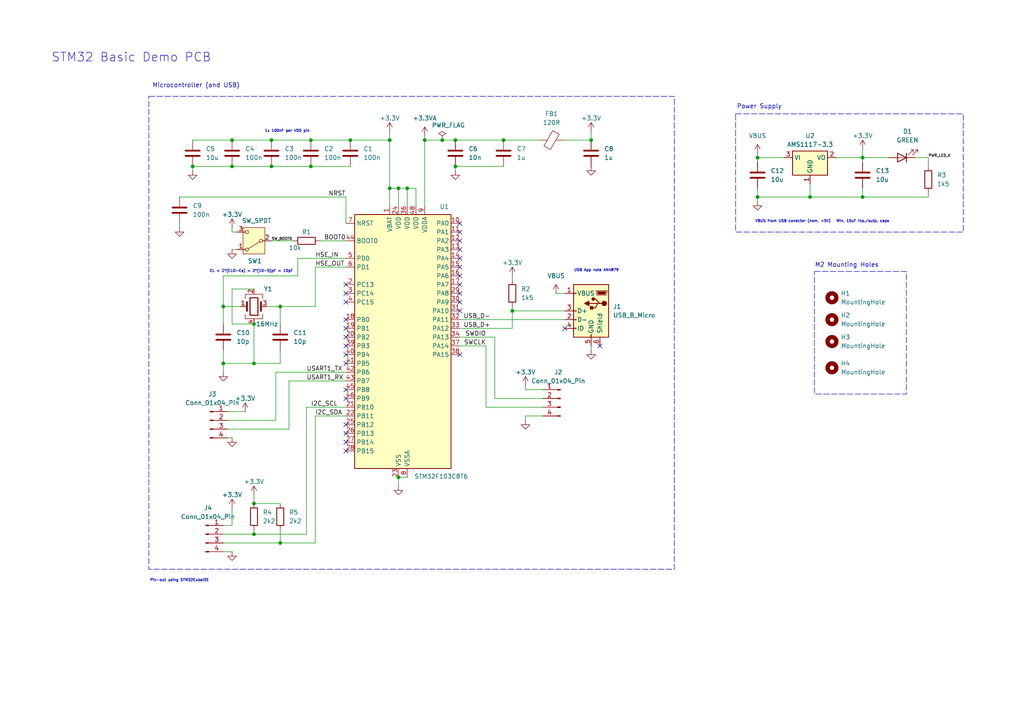
<source format=kicad_sch>
(kicad_sch (version 20231120) (generator "eeschema") (generator_version "8.0")
  (paper "A4")
  (title_block (title "STM32 Basic Demo PCB") (date "2024-11-22") (rev "0.1") (company "Maanika Kenneth Koththigoda"))
  (lib_symbols
    (symbol "Connector:Conn_01x04_Pin" (pin_names (offset 1.016) hide)
      (property "Reference" "J" (at 0 5.08 0))
      (property "Value" "Conn_01x04_Pin" (at 0 -7.62 0))
      (symbol "Conn_01x04_Pin_1_1"
        (polyline (pts (xy 1.27 -5.08) (xy 0.8636 -5.08)) (stroke (width 0.1524)))
        (polyline (pts (xy 1.27 -2.54) (xy 0.8636 -2.54)) (stroke (width 0.1524)))
        (polyline (pts (xy 1.27 0) (xy 0.8636 0)) (stroke (width 0.1524)))
        (polyline (pts (xy 1.27 2.54) (xy 0.8636 2.54)) (stroke (width 0.1524)))
        (rectangle (start 0.8636 -4.953) (end 0 -5.207) (stroke (width 0.1524)) (fill (type outline)))
        (rectangle (start 0.8636 -2.413) (end 0 -2.667) (stroke (width 0.1524)) (fill (type outline)))
        (rectangle (start 0.8636 0.127) (end 0 -0.127) (stroke (width 0.1524)) (fill (type outline)))
        (rectangle (start 0.8636 2.667) (end 0 2.413) (stroke (width 0.1524)) (fill (type outline)))
        (pin passive line (at 5.08 2.54 180) (length 3.81) (name "Pin_1") (number "1"))
        (pin passive line (at 5.08 0 180) (length 3.81) (name "Pin_2") (number "2"))
        (pin passive line (at 5.08 -2.54 180) (length 3.81) (name "Pin_3") (number "3"))
        (pin passive line (at 5.08 -5.08 180) (length 3.81) (name "Pin_4") (number "4"))
      )
    )
    (symbol "Connector:USB_B_Micro" (pin_names (offset 1.016))
      (property "Reference" "J" (at -5.08 11.43 0))
      (property "Value" "USB_B_Micro" (at -5.08 8.89 0))
      (symbol "USB_B_Micro_0_1"
        (rectangle (start -5.08 -7.62) (end 5.08 7.62) (stroke (width 0.254)) (fill (type background)))
        (circle (center -3.81 2.159) (radius 0.635) (stroke (width 0.254)) (fill (type outline)))
        (circle (center -0.635 3.429) (radius 0.381) (stroke (width 0.254)) (fill (type outline)))
        (rectangle (start -0.127 -7.62) (end 0.127 -6.858))
        (polyline (pts (xy -1.905 2.159) (xy 0.635 2.159)) (stroke (width 0.254)))
        (polyline (pts (xy -3.175 2.159) (xy -2.54 2.159) (xy -1.27 3.429) (xy -0.635 3.429)) (stroke (width 0.254)))
        (polyline (pts (xy -2.54 2.159) (xy -1.905 2.159) (xy -1.27 0.889) (xy 0 0.889)) (stroke (width 0.254)))
        (polyline (pts (xy 0.635 2.794) (xy 0.635 1.524) (xy 1.905 2.159) (xy 0.635 2.794)) (stroke (width 0.254)) (fill (type outline)))
        (polyline (pts (xy -4.318 5.588) (xy -1.778 5.588) (xy -2.032 4.826) (xy -4.064 4.826) (xy -4.318 5.588)) (fill (type outline)))
        (polyline (pts (xy -4.699 5.842) (xy -4.699 5.588) (xy -4.445 4.826) (xy -4.445 4.572) (xy -1.651 4.572) (xy -1.651 4.826) (xy -1.397 5.588) (xy -1.397 5.842) (xy -4.699 5.842)))
        (rectangle (start 0.254 1.27) (end -0.508 0.508) (stroke (width 0.254)) (fill (type outline)))
        (rectangle (start 5.08 -5.207) (end 4.318 -4.953))
        (rectangle (start 5.08 -2.667) (end 4.318 -2.413))
        (rectangle (start 5.08 -0.127) (end 4.318 0.127))
        (rectangle (start 5.08 4.953) (end 4.318 5.207))
      )
      (symbol "USB_B_Micro_1_1"
        (pin power_out line (at 7.62 5.08 180) (length 2.54) (name "VBUS") (number "1"))
        (pin bidirectional line (at 7.62 -2.54 180) (length 2.54) (name "D-") (number "2"))
        (pin bidirectional line (at 7.62 0 180) (length 2.54) (name "D+") (number "3"))
        (pin passive line (at 7.62 -5.08 180) (length 2.54) (name "ID") (number "4"))
        (pin power_out line (at 0 -10.16 90) (length 2.54) (name "GND") (number "5"))
        (pin passive line (at -2.54 -10.16 90) (length 2.54) (name "Shield") (number "6"))
      )
    )
    (symbol "Device:C" (pin_numbers hide) (pin_names (offset 0.254))
      (property "Reference" "C" (at 0.635 2.54 0))
      (property "Value" "C" (at 0.635 -2.54 0))
      (symbol "C_0_1"
        (polyline (pts (xy -2.032 -0.762) (xy 2.032 -0.762)) (stroke (width 0.508)))
        (polyline (pts (xy -2.032 0.762) (xy 2.032 0.762)) (stroke (width 0.508)))
      )
      (symbol "C_1_1"
        (pin passive line (at 0 3.81 270) (length 2.794) (name "~") (number "1"))
        (pin passive line (at 0 -3.81 90) (length 2.794) (name "~") (number "2"))
      )
    )
    (symbol "Device:Crystal_GND24" (pin_names (offset 1.016) hide)
      (property "Reference" "Y" (at 3.175 5.08 0))
      (property "Value" "Crystal_GND24" (at 3.175 3.175 0))
      (symbol "Crystal_GND24_0_1"
        (rectangle (start -1.143 2.54) (end 1.143 -2.54) (stroke (width 0.3048)))
        (polyline (pts (xy -2.54 0) (xy -2.032 0)))
        (polyline (pts (xy -2.032 -1.27) (xy -2.032 1.27)) (stroke (width 0.508)))
        (polyline (pts (xy 0 -3.81) (xy 0 -3.556)))
        (polyline (pts (xy 0 3.556) (xy 0 3.81)))
        (polyline (pts (xy 2.032 -1.27) (xy 2.032 1.27)) (stroke (width 0.508)))
        (polyline (pts (xy 2.032 0) (xy 2.54 0)))
        (polyline (pts (xy -2.54 -2.286) (xy -2.54 -3.556) (xy 2.54 -3.556) (xy 2.54 -2.286)))
        (polyline (pts (xy -2.54 2.286) (xy -2.54 3.556) (xy 2.54 3.556) (xy 2.54 2.286)))
      )
      (symbol "Crystal_GND24_1_1"
        (pin passive line (at -3.81 0 0) (length 1.27) (name "1") (number "1"))
        (pin passive line (at 0 5.08 270) (length 1.27) (name "2") (number "2"))
        (pin passive line (at 3.81 0 180) (length 1.27) (name "3") (number "3"))
        (pin passive line (at 0 -5.08 90) (length 1.27) (name "4") (number "4"))
      )
    )
    (symbol "Device:FerriteBead" (pin_numbers hide) (pin_names (offset 0))
      (property "Reference" "FB" (at -3.81 0.635 90))
      (property "Value" "FerriteBead" (at 3.81 0 90))
      (symbol "FerriteBead_0_1"
        (polyline (pts (xy 0 -1.27) (xy 0 -1.2192)))
        (polyline (pts (xy 0 1.27) (xy 0 1.2954)))
        (polyline (pts (xy -2.7686 0.4064) (xy -1.7018 2.2606) (xy 2.7686 -0.3048) (xy 1.6764 -2.159) (xy -2.7686 0.4064)))
      )
      (symbol "FerriteBead_1_1"
        (pin passive line (at 0 3.81 270) (length 2.54) (name "~") (number "1"))
        (pin passive line (at 0 -3.81 90) (length 2.54) (name "~") (number "2"))
      )
    )
    (symbol "Device:LED" (pin_numbers hide) (pin_names (offset 1.016) hide)
      (property "Reference" "D" (at 0 2.54 0))
      (property "Value" "LED" (at 0 -2.54 0))
      (symbol "LED_0_1"
        (polyline (pts (xy -1.27 -1.27) (xy -1.27 1.27)) (stroke (width 0.254)))
        (polyline (pts (xy -1.27 0) (xy 1.27 0)))
        (polyline (pts (xy 1.27 -1.27) (xy 1.27 1.27) (xy -1.27 0) (xy 1.27 -1.27)) (stroke (width 0.254)))
        (polyline (pts (xy -3.048 -0.762) (xy -4.572 -2.286) (xy -3.81 -2.286) (xy -4.572 -2.286) (xy -4.572 -1.524)))
        (polyline (pts (xy -1.778 -0.762) (xy -3.302 -2.286) (xy -2.54 -2.286) (xy -3.302 -2.286) (xy -3.302 -1.524)))
      )
      (symbol "LED_1_1"
        (pin passive line (at -3.81 0 0) (length 2.54) (name "K") (number "1"))
        (pin passive line (at 3.81 0 180) (length 2.54) (name "A") (number "2"))
      )
    )
    (symbol "Device:R" (pin_numbers hide) (pin_names (offset 0))
      (property "Reference" "R" (at 2.032 0 90))
      (property "Value" "R" (at 0 0 90))
      (symbol "R_0_1"
        (rectangle (start -1.016 -2.54) (end 1.016 2.54) (stroke (width 0.254)))
      )
      (symbol "R_1_1"
        (pin passive line (at 0 3.81 270) (length 1.27) (name "~") (number "1"))
        (pin passive line (at 0 -3.81 90) (length 1.27) (name "~") (number "2"))
      )
    )
    (symbol "MCU_ST_STM32F1:STM32F103C8Tx"
      (property "Reference" "U" (at -12.7 39.37 0))
      (property "Value" "STM32F103C8Tx" (at 10.16 39.37 0))
      (symbol "STM32F103C8Tx_0_1"
        (rectangle (start -12.7 -35.56) (end 15.24 38.1) (stroke (width 0.254)) (fill (type background)))
      )
      (symbol "STM32F103C8Tx_1_1"
        (pin power_in line (at -2.54 40.64 270) (length 2.54) (name "VBAT") (number "1"))
        (pin bidirectional line (at 17.78 35.56 180) (length 2.54) (name "PA0") (number "10"))
        (pin bidirectional line (at 17.78 33.02 180) (length 2.54) (name "PA1") (number "11"))
        (pin bidirectional line (at 17.78 30.48 180) (length 2.54) (name "PA2") (number "12"))
        (pin bidirectional line (at 17.78 27.94 180) (length 2.54) (name "PA3") (number "13"))
        (pin bidirectional line (at 17.78 25.4 180) (length 2.54) (name "PA4") (number "14"))
        (pin bidirectional line (at 17.78 22.86 180) (length 2.54) (name "PA5") (number "15"))
        (pin bidirectional line (at 17.78 20.32 180) (length 2.54) (name "PA6") (number "16"))
        (pin bidirectional line (at 17.78 17.78 180) (length 2.54) (name "PA7") (number "17"))
        (pin bidirectional line (at -15.24 7.62 0) (length 2.54) (name "PB0") (number "18"))
        (pin bidirectional line (at -15.24 5.08 0) (length 2.54) (name "PB1") (number "19"))
        (pin bidirectional line (at -15.24 17.78 0) (length 2.54) (name "PC13") (number "2"))
        (pin bidirectional line (at -15.24 2.54 0) (length 2.54) (name "PB2") (number "20"))
        (pin bidirectional line (at -15.24 -17.78 0) (length 2.54) (name "PB10") (number "21"))
        (pin bidirectional line (at -15.24 -20.32 0) (length 2.54) (name "PB11") (number "22"))
        (pin power_in line (at 0 -38.1 90) (length 2.54) (name "VSS") (number "23"))
        (pin power_in line (at 0 40.64 270) (length 2.54) (name "VDD") (number "24"))
        (pin bidirectional line (at -15.24 -22.86 0) (length 2.54) (name "PB12") (number "25"))
        (pin bidirectional line (at -15.24 -25.4 0) (length 2.54) (name "PB13") (number "26"))
        (pin bidirectional line (at -15.24 -27.94 0) (length 2.54) (name "PB14") (number "27"))
        (pin bidirectional line (at -15.24 -30.48 0) (length 2.54) (name "PB15") (number "28"))
        (pin bidirectional line (at 17.78 15.24 180) (length 2.54) (name "PA8") (number "29"))
        (pin bidirectional line (at -15.24 15.24 0) (length 2.54) (name "PC14") (number "3"))
        (pin bidirectional line (at 17.78 12.7 180) (length 2.54) (name "PA9") (number "30"))
        (pin bidirectional line (at 17.78 10.16 180) (length 2.54) (name "PA10") (number "31"))
        (pin bidirectional line (at 17.78 7.62 180) (length 2.54) (name "PA11") (number "32"))
        (pin bidirectional line (at 17.78 5.08 180) (length 2.54) (name "PA12") (number "33"))
        (pin bidirectional line (at 17.78 2.54 180) (length 2.54) (name "PA13") (number "34"))
        (pin passive line (at 0 -38.1 90) (length 2.54) hide (name "VSS") (number "35"))
        (pin power_in line (at 2.54 40.64 270) (length 2.54) (name "VDD") (number "36"))
        (pin bidirectional line (at 17.78 0 180) (length 2.54) (name "PA14") (number "37"))
        (pin bidirectional line (at 17.78 -2.54 180) (length 2.54) (name "PA15") (number "38"))
        (pin bidirectional line (at -15.24 0 0) (length 2.54) (name "PB3") (number "39"))
        (pin bidirectional line (at -15.24 12.7 0) (length 2.54) (name "PC15") (number "4"))
        (pin bidirectional line (at -15.24 -2.54 0) (length 2.54) (name "PB4") (number "40"))
        (pin bidirectional line (at -15.24 -5.08 0) (length 2.54) (name "PB5") (number "41"))
        (pin bidirectional line (at -15.24 -7.62 0) (length 2.54) (name "PB6") (number "42"))
        (pin bidirectional line (at -15.24 -10.16 0) (length 2.54) (name "PB7") (number "43"))
        (pin input line (at -15.24 30.48 0) (length 2.54) (name "BOOT0") (number "44"))
        (pin bidirectional line (at -15.24 -12.7 0) (length 2.54) (name "PB8") (number "45"))
        (pin bidirectional line (at -15.24 -15.24 0) (length 2.54) (name "PB9") (number "46"))
        (pin passive line (at 0 -38.1 90) (length 2.54) hide (name "VSS") (number "47"))
        (pin power_in line (at 5.08 40.64 270) (length 2.54) (name "VDD") (number "48"))
        (pin bidirectional line (at -15.24 25.4 0) (length 2.54) (name "PD0") (number "5"))
        (pin bidirectional line (at -15.24 22.86 0) (length 2.54) (name "PD1") (number "6"))
        (pin input line (at -15.24 35.56 0) (length 2.54) (name "NRST") (number "7"))
        (pin power_in line (at 2.54 -38.1 90) (length 2.54) (name "VSSA") (number "8"))
        (pin power_in line (at 7.62 40.64 270) (length 2.54) (name "VDDA") (number "9"))
      )
    )
    (symbol "Mechanical:MountingHole" (pin_names (offset 1.016)) (exclude_from_sim yes) (in_bom no)
      (property "Reference" "H" (at 0 5.08 0))
      (property "Value" "MountingHole" (at 0 3.175 0))
      (symbol "MountingHole_0_1"
        (circle (center 0 0) (radius 1.27) (stroke (width 1.27)))
      )
    )
    (symbol "Regulator_Linear:AMS1117-3.3"
      (property "Reference" "U" (at -3.81 3.175 0))
      (property "Value" "AMS1117-3.3" (at 0 3.175 0))
      (symbol "AMS1117-3.3_0_1"
        (rectangle (start -5.08 -5.08) (end 5.08 1.905) (stroke (width 0.254)) (fill (type background)))
      )
      (symbol "AMS1117-3.3_1_1"
        (pin power_in line (at 0 -7.62 90) (length 2.54) (name "GND") (number "1"))
        (pin power_out line (at 7.62 0 180) (length 2.54) (name "VO") (number "2"))
        (pin power_in line (at -7.62 0 0) (length 2.54) (name "VI") (number "3"))
      )
    )
    (symbol "Switch:SW_SPDT" (pin_names (offset 0) hide)
      (property "Reference" "SW" (at 0 5.08 0))
      (property "Value" "SW_SPDT" (at 0 -5.08 0))
      (symbol "SW_SPDT_0_1"
        (circle (center -2.032 0) (radius 0.4572))
        (polyline (pts (xy -1.651 0.254) (xy 1.651 2.286)))
        (circle (center 2.032 -2.54) (radius 0.4572))
        (circle (center 2.032 2.54) (radius 0.4572))
      )
      (symbol "SW_SPDT_1_1"
        (rectangle (start -3.175 3.81) (end 3.175 -3.81) (fill (type background)))
        (pin passive line (at 5.08 2.54 180) (length 2.54) (name "A") (number "1"))
        (pin passive line (at -5.08 0 0) (length 2.54) (name "B") (number "2"))
        (pin passive line (at 5.08 -2.54 180) (length 2.54) (name "C") (number "3"))
      )
    )
    (symbol "power:+3.3V" (power) (pin_numbers hide) (pin_names (offset 0) hide)
      (property "Value" "+3.3V" (at 0 3.556 0))
      (symbol "+3.3V_0_1"
        (polyline (pts (xy -0.762 1.27) (xy 0 2.54)))
        (polyline (pts (xy 0 0) (xy 0 2.54)))
        (polyline (pts (xy 0 2.54) (xy 0.762 1.27)))
      )
      (symbol "+3.3V_1_1"
        (pin power_in line (at 0 0 90) (length 0) (name "~") (number "1"))
      )
    )
    (symbol "power:+3.3VA" (power) (pin_numbers hide) (pin_names (offset 0) hide)
      (property "Value" "+3.3VA" (at 0 3.556 0))
      (symbol "+3.3VA_0_1"
        (polyline (pts (xy -0.762 1.27) (xy 0 2.54)))
        (polyline (pts (xy 0 0) (xy 0 2.54)))
        (polyline (pts (xy 0 2.54) (xy 0.762 1.27)))
      )
      (symbol "+3.3VA_1_1"
        (pin power_in line (at 0 0 90) (length 0) (name "~") (number "1"))
      )
    )
    (symbol "power:GND" (power) (pin_numbers hide) (pin_names (offset 0) hide)
      (property "Value" "GND" (at 0 -3.81 0))
      (symbol "GND_0_1"
        (polyline (pts (xy 0 0) (xy 0 -1.27) (xy 1.27 -1.27) (xy 0 -2.54) (xy -1.27 -1.27) (xy 0 -1.27)))
      )
      (symbol "GND_1_1"
        (pin power_in line (at 0 0 270) (length 0) (name "~") (number "1"))
      )
    )
    (symbol "power:PWR_FLAG" (power) (pin_numbers hide) (pin_names (offset 0) hide)
      (property "Value" "PWR_FLAG" (at 0 3.81 0))
      (symbol "PWR_FLAG_0_0"
        (pin power_out line (at 0 0 90) (length 0) (name "~") (number "1"))
      )
      (symbol "PWR_FLAG_0_1"
        (polyline (pts (xy 0 0) (xy 0 1.27) (xy -1.016 1.905) (xy 0 2.54) (xy 1.016 1.905) (xy 0 1.27)))
      )
    )
    (symbol "power:VBUS" (power) (pin_numbers hide) (pin_names (offset 0) hide)
      (property "Value" "VBUS" (at 0 3.556 0))
      (symbol "VBUS_0_1"
        (polyline (pts (xy -0.762 1.27) (xy 0 2.54)))
        (polyline (pts (xy 0 0) (xy 0 2.54)))
        (polyline (pts (xy 0 2.54) (xy 0.762 1.27)))
      )
      (symbol "VBUS_1_1"
        (pin power_in line (at 0 0 90) (length 0) (name "~") (number "1"))
      )
    )
  )
  (junction (at 250.19 45.72))
  (junction (at 146.05 40.64))
  (junction (at 118.11 54.61))
  (junction (at 113.03 40.64))
  (junction (at 81.28 157.48))
  (junction (at 67.31 48.26))
  (junction (at 115.57 138.43))
  (junction (at 132.08 40.64))
  (junction (at 78.74 48.26))
  (junction (at 250.19 57.15))
  (junction (at 128.27 40.64))
  (junction (at 55.88 48.26))
  (junction (at 115.57 54.61))
  (junction (at 113.03 54.61))
  (junction (at 219.71 45.72))
  (junction (at 123.19 40.64))
  (junction (at 219.71 57.15))
  (junction (at 73.66 154.94))
  (junction (at 90.17 40.64))
  (junction (at 64.77 88.9))
  (junction (at 234.95 57.15))
  (junction (at 73.66 146.05))
  (junction (at 132.08 48.26))
  (junction (at 101.6 40.64))
  (junction (at 64.77 105.41))
  (junction (at 171.45 40.64))
  (junction (at 81.28 88.9))
  (junction (at 148.59 90.17))
  (junction (at 73.66 105.41))
  (junction (at 67.31 40.64))
  (junction (at 73.66 93.98))
  (junction (at 78.74 40.64))
  (junction (at 90.17 48.26))
  (no_connect (at 100.33 115.57))
  (no_connect (at 100.33 130.81))
  (no_connect (at 100.33 100.33))
  (no_connect (at 100.33 125.73))
  (no_connect (at 173.99 100.33))
  (no_connect (at 133.35 87.63))
  (no_connect (at 100.33 85.09))
  (no_connect (at 100.33 87.63))
  (no_connect (at 100.33 95.25))
  (no_connect (at 133.35 74.93))
  (no_connect (at 133.35 102.87))
  (no_connect (at 133.35 77.47))
  (no_connect (at 133.35 69.85))
  (no_connect (at 100.33 128.27))
  (no_connect (at 100.33 105.41))
  (no_connect (at 133.35 72.39))
  (no_connect (at 133.35 80.01))
  (no_connect (at 133.35 82.55))
  (no_connect (at 100.33 123.19))
  (no_connect (at 100.33 113.03))
  (no_connect (at 163.83 95.25))
  (no_connect (at 100.33 82.55))
  (no_connect (at 133.35 67.31))
  (no_connect (at 100.33 97.79))
  (no_connect (at 100.33 92.71))
  (no_connect (at 133.35 64.77))
  (no_connect (at 133.35 90.17))
  (no_connect (at 133.35 85.09))
  (no_connect (at 100.33 102.87))
  (wire (pts (xy 64.77 88.9) (xy 69.85 88.9)))
  (wire (pts (xy 67.31 72.39) (xy 68.58 72.39)))
  (wire (pts (xy 81.28 146.05) (xy 73.66 146.05)))
  (wire (pts (xy 171.45 101.6) (xy 171.45 100.33)))
  (wire (pts (xy 77.47 88.9) (xy 81.28 88.9)))
  (wire (pts (xy 73.66 105.41) (xy 81.28 105.41)))
  (wire (pts (xy 55.88 40.64) (xy 67.31 40.64)))
  (wire (pts (xy 219.71 44.45) (xy 219.71 45.72)))
  (wire (pts (xy 128.27 40.64) (xy 132.08 40.64)))
  (wire (pts (xy 64.77 88.9) (xy 64.77 93.98)))
  (wire (pts (xy 66.04 119.38) (xy 71.12 119.38)))
  (wire (pts (xy 86.36 74.93) (xy 100.33 74.93)))
  (wire (pts (xy 80.01 107.95) (xy 100.33 107.95)))
  (wire (pts (xy 143.51 115.57) (xy 157.48 115.57)))
  (wire (pts (xy 219.71 54.61) (xy 219.71 57.15)))
  (wire (pts (xy 132.08 48.26) (xy 146.05 48.26)))
  (wire (pts (xy 123.19 39.37) (xy 123.19 40.64)))
  (wire (pts (xy 81.28 88.9) (xy 91.44 88.9)))
  (wire (pts (xy 113.03 38.1) (xy 113.03 40.64)))
  (wire (pts (xy 148.59 90.17) (xy 148.59 95.25)))
  (wire (pts (xy 219.71 57.15) (xy 234.95 57.15)))
  (wire (pts (xy 250.19 43.18) (xy 250.19 45.72)))
  (wire (pts (xy 73.66 143.51) (xy 73.66 146.05)))
  (wire (pts (xy 148.59 80.01) (xy 148.59 81.28)))
  (wire (pts (xy 123.19 40.64) (xy 123.19 59.69)))
  (wire (pts (xy 269.24 57.15) (xy 250.19 57.15)))
  (wire (pts (xy 219.71 46.99) (xy 219.71 45.72)))
  (wire (pts (xy 163.83 90.17) (xy 148.59 90.17)))
  (wire (pts (xy 115.57 138.43) (xy 118.11 138.43)))
  (wire (pts (xy 91.44 77.47) (xy 100.33 77.47)))
  (wire (pts (xy 78.74 69.85) (xy 85.09 69.85)))
  (wire (pts (xy 113.03 40.64) (xy 113.03 54.61)))
  (wire (pts (xy 133.35 95.25) (xy 148.59 95.25)))
  (wire (pts (xy 269.24 55.88) (xy 269.24 57.15)))
  (wire (pts (xy 90.17 48.26) (xy 101.6 48.26)))
  (wire (pts (xy 81.28 157.48) (xy 91.44 157.48)))
  (wire (pts (xy 118.11 54.61) (xy 118.11 59.69)))
  (wire (pts (xy 132.08 48.26) (xy 132.08 49.53)))
  (wire (pts (xy 67.31 83.82) (xy 73.66 83.82)))
  (wire (pts (xy 83.82 124.46) (xy 83.82 110.49)))
  (wire (pts (xy 269.24 45.72) (xy 269.24 48.26)))
  (wire (pts (xy 152.4 120.65) (xy 157.48 120.65)))
  (wire (pts (xy 140.97 118.11) (xy 140.97 100.33)))
  (wire (pts (xy 115.57 54.61) (xy 118.11 54.61)))
  (wire (pts (xy 120.65 54.61) (xy 120.65 59.69)))
  (wire (pts (xy 133.35 97.79) (xy 143.51 97.79)))
  (wire (pts (xy 55.88 48.26) (xy 55.88 49.53)))
  (wire (pts (xy 133.35 92.71) (xy 163.83 92.71)))
  (wire (pts (xy 88.9 154.94) (xy 88.9 118.11)))
  (wire (pts (xy 152.4 113.03) (xy 157.48 113.03)))
  (wire (pts (xy 88.9 118.11) (xy 100.33 118.11)))
  (wire (pts (xy 66.04 121.92) (xy 80.01 121.92)))
  (wire (pts (xy 67.31 67.31) (xy 68.58 67.31)))
  (wire (pts (xy 67.31 48.26) (xy 78.74 48.26)))
  (wire (pts (xy 91.44 88.9) (xy 91.44 77.47)))
  (wire (pts (xy 115.57 138.43) (xy 115.57 140.97)))
  (wire (pts (xy 64.77 80.01) (xy 86.36 80.01)))
  (wire (pts (xy 81.28 88.9) (xy 81.28 93.98)))
  (wire (pts (xy 123.19 40.64) (xy 128.27 40.64)))
  (wire (pts (xy 78.74 40.64) (xy 90.17 40.64)))
  (wire (pts (xy 64.77 101.6) (xy 64.77 105.41)))
  (wire (pts (xy 90.17 40.64) (xy 101.6 40.64)))
  (wire (pts (xy 250.19 54.61) (xy 250.19 57.15)))
  (wire (pts (xy 157.48 118.11) (xy 140.97 118.11)))
  (wire (pts (xy 67.31 83.82) (xy 67.31 93.98)))
  (wire (pts (xy 161.29 85.09) (xy 163.83 85.09)))
  (wire (pts (xy 64.77 157.48) (xy 81.28 157.48)))
  (wire (pts (xy 242.57 45.72) (xy 250.19 45.72)))
  (wire (pts (xy 91.44 157.48) (xy 91.44 120.65)))
  (wire (pts (xy 152.4 121.92) (xy 152.4 120.65)))
  (wire (pts (xy 80.01 121.92) (xy 80.01 107.95)))
  (wire (pts (xy 64.77 105.41) (xy 64.77 107.95)))
  (wire (pts (xy 118.11 54.61) (xy 120.65 54.61)))
  (wire (pts (xy 73.66 154.94) (xy 88.9 154.94)))
  (wire (pts (xy 143.51 97.79) (xy 143.51 115.57)))
  (wire (pts (xy 152.4 111.76) (xy 152.4 113.03)))
  (wire (pts (xy 113.03 54.61) (xy 115.57 54.61)))
  (wire (pts (xy 250.19 45.72) (xy 257.81 45.72)))
  (wire (pts (xy 113.03 54.61) (xy 113.03 59.69)))
  (wire (pts (xy 146.05 40.64) (xy 156.21 40.64)))
  (wire (pts (xy 92.71 69.85) (xy 100.33 69.85)))
  (wire (pts (xy 64.77 80.01) (xy 64.77 88.9)))
  (wire (pts (xy 64.77 152.4) (xy 67.31 152.4)))
  (wire (pts (xy 66.04 124.46) (xy 83.82 124.46)))
  (wire (pts (xy 265.43 45.72) (xy 269.24 45.72)))
  (wire (pts (xy 163.83 40.64) (xy 171.45 40.64)))
  (wire (pts (xy 91.44 120.65) (xy 100.33 120.65)))
  (wire (pts (xy 171.45 38.1) (xy 171.45 40.64)))
  (wire (pts (xy 140.97 100.33) (xy 133.35 100.33)))
  (wire (pts (xy 52.07 57.15) (xy 100.33 57.15)))
  (wire (pts (xy 101.6 40.64) (xy 113.03 40.64)))
  (wire (pts (xy 67.31 66.04) (xy 67.31 67.31)))
  (wire (pts (xy 250.19 45.72) (xy 250.19 46.99)))
  (wire (pts (xy 132.08 40.64) (xy 146.05 40.64)))
  (wire (pts (xy 73.66 153.67) (xy 73.66 154.94)))
  (wire (pts (xy 64.77 154.94) (xy 73.66 154.94)))
  (wire (pts (xy 66.04 127) (xy 67.31 127)))
  (wire (pts (xy 64.77 160.02) (xy 67.31 160.02)))
  (wire (pts (xy 115.57 54.61) (xy 115.57 59.69)))
  (wire (pts (xy 52.07 64.77) (xy 52.07 66.04)))
  (wire (pts (xy 67.31 93.98) (xy 73.66 93.98)))
  (wire (pts (xy 67.31 152.4) (xy 67.31 147.32)))
  (wire (pts (xy 148.59 88.9) (xy 148.59 90.17)))
  (wire (pts (xy 73.66 93.98) (xy 73.66 105.41)))
  (wire (pts (xy 234.95 57.15) (xy 250.19 57.15)))
  (wire (pts (xy 100.33 57.15) (xy 100.33 64.77)))
  (wire (pts (xy 86.36 80.01) (xy 86.36 74.93)))
  (wire (pts (xy 55.88 48.26) (xy 67.31 48.26)))
  (wire (pts (xy 83.82 110.49) (xy 100.33 110.49)))
  (wire (pts (xy 234.95 53.34) (xy 234.95 57.15)))
  (wire (pts (xy 219.71 45.72) (xy 227.33 45.72)))
  (wire (pts (xy 81.28 101.6) (xy 81.28 105.41)))
  (wire (pts (xy 219.71 57.15) (xy 219.71 58.42)))
  (wire (pts (xy 64.77 105.41) (xy 73.66 105.41)))
  (wire (pts (xy 67.31 40.64) (xy 78.74 40.64)))
  (wire (pts (xy 78.74 48.26) (xy 90.17 48.26)))
  (wire (pts (xy 81.28 153.67) (xy 81.28 157.48)))
  (rectangle (start 213.36 33.02) (end 279.4 67.31) (stroke (width 0) (type dash)))
  (rectangle (start 236.22 78.74) (end 262.89 114.3) (stroke (width 0) (type dash)))
  (rectangle (start 43.18 27.94) (end 195.58 165.1) (stroke (width 0) (type dash)))
  (text "STM32 Basic Demo PCB" (at 38.1 16.764 0) (effects (font (size 2.54 2.54))))
  (text "M2 Mounting Holes\n" (at 245.618 76.962 0) (effects (font (size 1.27 1.27))))
  (text "Microcontroller (and USB)" (at 56.896 24.892 0) (effects (font (size 1.27 1.27))))
  (text "Pin-out using STM32CubeIDE" (at 52.07 168.402 0) (effects (font (size 0.762 0.762))))
  (text "VBUS from USB conector (nom. +5V)   Min. 10uF inp./outp. caps" (at 238.506 64.262 0) (effects (font (size 0.762 0.762))))
  (text "1x 100nF per VDD pin" (at 83.312 38.1 0) (effects (font (size 0.762 0.762))))
  (text "USB App note AN4879" (at 172.974 78.486 0) (effects (font (size 0.762 0.762))))
  (text "CL = 2*(CLO-Cs) = 2*(10-5)pF = 10pF" (at 72.898 78.74 0) (effects (font (size 0.762 0.762))))
  (text "Power Supply" (at 220.218 30.988 0) (effects (font (size 1.27 1.27))))
  (label "NRST" (at 95.25 57.15 0))
  (label "I2C_SDA" (at 91.44 120.65 0))
  (label "HSE_IN" (at 91.44 74.93 0))
  (label "SWDIO" (at 140.97 97.79 180))
  (label "USART1_RX" (at 88.9 110.49 0))
  (label "I2C_SCL" (at 90.17 118.11 0))
  (label "SW_BOOT0" (at 78.74 69.85 0) (effects (font (size 0.762 0.762))))
  (label "HSE_OUT" (at 91.44 77.47 0))
  (label "USART1_TX" (at 88.9 107.95 0))
  (label "SWCLK" (at 140.97 100.33 180))
  (label "BOOT0" (at 93.98 69.85 0))
  (label "USB_D+" (at 142.24 95.25 180))
  (label "PWR_LED_K" (at 269.24 45.72 0) (effects (font (size 0.762 0.762))))
  (label "USB_D-" (at 142.24 92.71 180))
  (symbol (lib_id "power:GND") (at 132.08 49.53 0) (unit 1)
    (property "Reference" "#PWR05" (effects (hide yes)))
    (property "Value" "GND" (effects (hide yes)))
    (property "Description" "Power symbol creates a global label with name \"GND\" , ground" (effects (hide yes)))
  )
  (symbol (lib_id "power:GND") (at 67.31 160.02 0) (unit 1)
    (property "Reference" "#PWR021" (effects (hide yes)))
    (property "Value" "GND" (effects (hide yes)))
    (property "Description" "Power symbol creates a global label with name \"GND\" , ground" (effects (hide yes)))
  )
  (symbol (lib_id "power:GND") (at 67.31 72.39 0) (unit 1)
    (property "Reference" "#PWR09" (effects (hide yes)))
    (property "Value" "GND" (effects (hide yes)))
    (property "Description" "Power symbol creates a global label with name \"GND\" , ground" (effects (hide yes)))
  )
  (symbol (lib_id "Device:R") (at 73.66 149.86 0) (unit 1)
    (property "Reference" "R4" (at 76.2 148.5899 0) (effects (justify left)))
    (property "Value" "2k2" (at 76.2 151.1299 0) (effects (justify left)))
    (property "Footprint" "Resistor_SMD:R_0402_1005Metric" (effects (hide yes)))
    (property "Description" "Resistor" (effects (hide yes)))
  )
  (symbol (lib_id "power:GND") (at 219.71 58.42 0) (unit 1)
    (property "Reference" "#PWR017" (effects (hide yes)))
    (property "Value" "GND" (effects (hide yes)))
    (property "Description" "Power symbol creates a global label with name \"GND\" , ground" (effects (hide yes)))
  )
  (symbol (lib_id "Device:C") (at 171.45 44.45 0) (unit 1)
    (property "Reference" "C8" (at 175.26 43.1799 0) (effects (justify left)))
    (property "Value" "1u" (at 175.26 45.7199 0) (effects (justify left)))
    (property "Footprint" "Capacitor_SMD:C_0402_1005Metric" (effects (hide yes)))
    (property "Description" "Unpolarized capacitor" (effects (hide yes)))
  )
  (symbol (lib_id "Device:C") (at 64.77 97.79 0) (unit 1)
    (property "Reference" "C10" (at 68.58 96.5199 0) (effects (justify left)))
    (property "Value" "10p" (at 68.58 99.0599 0) (effects (justify left)))
    (property "Footprint" "Capacitor_SMD:C_0402_1005Metric" (effects (hide yes)))
    (property "Description" "Unpolarized capacitor" (effects (hide yes)))
  )
  (symbol (lib_id "Device:C") (at 67.31 44.45 0) (unit 1)
    (property "Reference" "C4" (at 71.12 43.1799 0) (effects (justify left)))
    (property "Value" "100n" (at 71.12 45.7199 0) (effects (justify left)))
    (property "Footprint" "Capacitor_SMD:C_0402_1005Metric" (effects (hide yes)))
    (property "Description" "Unpolarized capacitor" (effects (hide yes)))
  )
  (symbol (lib_id "power:+3.3V") (at 152.4 111.76 0) (unit 1)
    (property "Reference" "#PWR015" (effects (hide yes)))
    (property "Value" "+3.3V" (at 152.4 107.95 0))
    (property "Description" "Power symbol creates a global label with name \"+3.3V\"" (effects (hide yes)))
  )
  (symbol (lib_id "power:+3.3V") (at 148.59 80.01 0) (unit 1)
    (property "Reference" "#PWR014" (effects (hide yes)))
    (property "Value" "+3.3V" (at 148.59 76.2 0))
    (property "Description" "Power symbol creates a global label with name \"+3.3V\"" (effects (hide yes)))
  )
  (symbol (lib_id "power:GND") (at 152.4 121.92 0) (unit 1)
    (property "Reference" "#PWR016" (effects (hide yes)))
    (property "Value" "GND" (effects (hide yes)))
    (property "Description" "Power symbol creates a global label with name \"GND\" , ground" (effects (hide yes)))
  )
  (symbol (lib_id "power:VBUS") (at 161.29 85.09 0) (unit 1)
    (property "Reference" "#PWR013" (effects (hide yes)))
    (property "Value" "VBUS" (at 161.29 80.01 0))
    (property "Description" "Power symbol creates a global label with name \"VBUS\"" (effects (hide yes)))
  )
  (symbol (lib_id "power:+3.3V") (at 71.12 119.38 0) (unit 1)
    (property "Reference" "#PWR022" (effects (hide yes)))
    (property "Value" "+3.3V" (at 71.12 115.57 0))
    (property "Description" "Power symbol creates a global label with name \"+3.3V\"" (effects (hide yes)))
  )
  (symbol (lib_id "Mechanical:MountingHole") (at 241.3 92.71 0) (unit 1) (exclude_from_sim yes) (in_bom no)
    (property "Reference" "H2" (at 243.84 91.4399 0) (effects (justify left)))
    (property "Value" "MountingHole" (at 243.84 93.9799 0) (effects (justify left)))
    (property "Footprint" "MountingHole:MountingHole_2.2mm_M2" (effects (hide yes)))
    (property "Description" "Mounting Hole without connection" (effects (hide yes)))
  )
  (symbol (lib_id "power:+3.3V") (at 171.45 38.1 0) (unit 1)
    (property "Reference" "#PWR07" (effects (hide yes)))
    (property "Value" "+3.3V" (at 171.45 34.29 0))
    (property "Description" "Power symbol creates a global label with name \"+3.3V\"" (effects (hide yes)))
  )
  (symbol (lib_id "Device:FerriteBead") (at 160.02 40.64 90) (unit 1)
    (property "Reference" "FB1" (at 159.9692 33.02 90))
    (property "Value" "120R" (at 159.9692 35.56 90))
    (property "Footprint" "Inductor_SMD:L_0603_1608Metric" (effects (hide yes)))
    (property "Description" "Ferrite bead" (effects (hide yes)))
  )
  (symbol (lib_id "Connector:Conn_01x04_Pin") (at 59.69 154.94 0) (unit 1)
    (property "Reference" "J4" (at 60.325 147.32 0))
    (property "Value" "Conn_01x04_Pin" (at 60.325 149.86 0))
    (property "Footprint" "Connector_PinHeader_2.54mm:PinHeader_1x04_P2.54mm_Vertical" (effects (hide yes)))
    (property "Description" "Generic connector, single row, 01x04, script generated" (effects (hide yes)))
  )
  (symbol (lib_id "Regulator_Linear:AMS1117-3.3") (at 234.95 45.72 0) (unit 1)
    (property "Reference" "U2" (at 234.95 39.37 0))
    (property "Value" "AMS1117-3.3" (at 234.95 41.91 0))
    (property "Footprint" "Package_TO_SOT_SMD:SOT-223-3_TabPin2" (effects (hide yes)))
    (property "Datasheet" "http://www.advanced-monolithic.com/pdf/ds1117.pdf" (effects (hide yes)))
    (property "Description" "1A Low Dropout regulator, positive, 3.3V fixed output, SOT-223" (effects (hide yes)))
  )
  (symbol (lib_id "power:GND") (at 55.88 49.53 0) (unit 1)
    (property "Reference" "#PWR03" (effects (hide yes)))
    (property "Value" "GND" (effects (hide yes)))
    (property "Description" "Power symbol creates a global label with name \"GND\" , ground" (effects (hide yes)))
  )
  (symbol (lib_id "Device:C") (at 146.05 44.45 0) (unit 1)
    (property "Reference" "C7" (at 149.86 43.1799 0) (effects (justify left)))
    (property "Value" "1u" (at 149.86 45.7199 0) (effects (justify left)))
    (property "Footprint" "Capacitor_SMD:C_0402_1005Metric" (effects (hide yes)))
    (property "Description" "Unpolarized capacitor" (effects (hide yes)))
  )
  (symbol (lib_id "power:GND") (at 171.45 48.26 0) (unit 1)
    (property "Reference" "#PWR06" (effects (hide yes)))
    (property "Value" "GND" (effects (hide yes)))
    (property "Description" "Power symbol creates a global label with name \"GND\" , ground" (effects (hide yes)))
  )
  (symbol (lib_id "power:+3.3V") (at 67.31 66.04 0) (unit 1)
    (property "Reference" "#PWR010" (effects (hide yes)))
    (property "Value" "+3.3V" (at 67.31 62.23 0))
    (property "Description" "Power symbol creates a global label with name \"+3.3V\"" (effects (hide yes)))
  )
  (symbol (lib_id "Connector:Conn_01x04_Pin") (at 162.56 115.57 0) (mirror y) (unit 1)
    (property "Reference" "J2" (at 161.925 107.95 0))
    (property "Value" "Conn_01x04_Pin" (at 161.925 110.49 0))
    (property "Footprint" "Connector_PinHeader_2.54mm:PinHeader_1x04_P2.54mm_Vertical" (effects (hide yes)))
    (property "Description" "Generic connector, single row, 01x04, script generated" (effects (hide yes)))
  )
  (symbol (lib_id "Device:R") (at 269.24 52.07 0) (unit 1)
    (property "Reference" "R3" (at 271.78 50.7999 0) (effects (justify left)))
    (property "Value" "1k5" (at 271.78 53.3399 0) (effects (justify left)))
    (property "Footprint" "Resistor_SMD:R_0402_1005Metric" (effects (hide yes)))
    (property "Description" "Resistor" (effects (hide yes)))
  )
  (symbol (lib_id "Device:C") (at 81.28 97.79 0) (unit 1)
    (property "Reference" "C11" (at 85.09 96.5199 0) (effects (justify left)))
    (property "Value" "10p" (at 85.09 99.0599 0) (effects (justify left)))
    (property "Footprint" "Capacitor_SMD:C_0402_1005Metric" (effects (hide yes)))
    (property "Description" "Unpolarized capacitor" (effects (hide yes)))
  )
  (symbol (lib_id "Device:C") (at 52.07 60.96 180) (unit 1)
    (property "Reference" "C9" (at 55.88 59.6899 0) (effects (justify right)))
    (property "Value" "100n" (at 55.88 62.2299 0) (effects (justify right)))
    (property "Footprint" "Capacitor_SMD:C_0402_1005Metric" (effects (hide yes)))
    (property "Description" "Unpolarized capacitor" (effects (hide yes)))
  )
  (symbol (lib_id "power:+3.3V") (at 250.19 43.18 0) (unit 1)
    (property "Reference" "#PWR019" (effects (hide yes)))
    (property "Value" "+3.3V" (at 250.19 39.37 0))
    (property "Description" "Power symbol creates a global label with name \"+3.3V\"" (effects (hide yes)))
  )
  (symbol (lib_id "power:GND") (at 64.77 107.95 0) (unit 1)
    (property "Reference" "#PWR011" (effects (hide yes)))
    (property "Value" "GND" (effects (hide yes)))
    (property "Description" "Power symbol creates a global label with name \"GND\" , ground" (effects (hide yes)))
  )
  (symbol (lib_id "Device:C") (at 101.6 44.45 0) (unit 1)
    (property "Reference" "C1" (at 105.41 43.1799 0) (effects (justify left)))
    (property "Value" "100n" (at 105.41 45.7199 0) (effects (justify left)))
    (property "Footprint" "Capacitor_SMD:C_0402_1005Metric" (effects (hide yes)))
    (property "Description" "Unpolarized capacitor" (effects (hide yes)))
  )
  (symbol (lib_id "Device:C") (at 55.88 44.45 0) (unit 1)
    (property "Reference" "C5" (at 59.69 43.1799 0) (effects (justify left)))
    (property "Value" "10u" (at 59.69 45.7199 0) (effects (justify left)))
    (property "Footprint" "Capacitor_SMD:C_0603_1608Metric" (effects (hide yes)))
    (property "Description" "Unpolarized capacitor" (effects (hide yes)))
  )
  (symbol (lib_id "power:GND") (at 115.57 140.97 0) (unit 1)
    (property "Reference" "#PWR01" (effects (hide yes)))
    (property "Value" "GND" (effects (hide yes)))
    (property "Description" "Power symbol creates a global label with name \"GND\" , ground" (effects (hide yes)))
  )
  (symbol (lib_id "MCU_ST_STM32F1:STM32F103C8Tx") (at 115.57 100.33 0) (unit 1)
    (property "Reference" "U1" (at 127.508 59.944 0) (effects (justify left)))
    (property "Value" "STM32F103C8T6" (at 120.142 138.176 0) (effects (justify left)))
    (property "Footprint" "Package_QFP:LQFP-48_7x7mm_P0.5mm" (effects (hide yes)))
    (property "Datasheet" "https://www.st.com/resource/en/datasheet/stm32f103c8.pdf" (effects (hide yes)))
    (property "Description" "STMicroelectronics Arm Cortex-M3 MCU, 64KB flash, 20KB RAM, 72 MHz, 2.0-3.6V, 37 GPIO, LQFP48" (effects (hide yes)))
  )
  (symbol (lib_id "power:GND") (at 52.07 66.04 0) (unit 1)
    (property "Reference" "#PWR08" (effects (hide yes)))
    (property "Value" "GND" (effects (hide yes)))
    (property "Description" "Power symbol creates a global label with name \"GND\" , ground" (effects (hide yes)))
  )
  (symbol (lib_id "Mechanical:MountingHole") (at 241.3 99.06 0) (unit 1) (exclude_from_sim yes) (in_bom no)
    (property "Reference" "H3" (at 243.84 97.7899 0) (effects (justify left)))
    (property "Value" "MountingHole" (at 243.84 100.3299 0) (effects (justify left)))
    (property "Footprint" "MountingHole:MountingHole_2.2mm_M2" (effects (hide yes)))
    (property "Description" "Mounting Hole without connection" (effects (hide yes)))
  )
  (symbol (lib_id "power:+3.3V") (at 73.66 143.51 0) (unit 1)
    (property "Reference" "#PWR024" (effects (hide yes)))
    (property "Value" "+3.3V" (at 73.66 139.7 0))
    (property "Description" "Power symbol creates a global label with name \"+3.3V\"" (effects (hide yes)))
  )
  (symbol (lib_id "Device:R") (at 88.9 69.85 90) (unit 1)
    (property "Reference" "R1" (at 88.9 67.31 90))
    (property "Value" "10k" (at 85.598 71.882 90))
    (property "Footprint" "Resistor_SMD:R_0402_1005Metric" (effects (hide yes)))
    (property "Description" "Resistor" (effects (hide yes)))
  )
  (symbol (lib_id "Device:C") (at 219.71 50.8 0) (unit 1)
    (property "Reference" "C12" (at 223.52 49.5299 0) (effects (justify left)))
    (property "Value" "10u" (at 223.52 52.0699 0) (effects (justify left)))
    (property "Footprint" "Capacitor_SMD:C_0603_1608Metric" (effects (hide yes)))
    (property "Description" "Unpolarized capacitor" (effects (hide yes)))
  )
  (symbol (lib_id "Device:C") (at 90.17 44.45 0) (unit 1)
    (property "Reference" "C2" (at 93.98 43.1799 0) (effects (justify left)))
    (property "Value" "100n" (at 93.98 45.7199 0) (effects (justify left)))
    (property "Footprint" "Capacitor_SMD:C_0402_1005Metric" (effects (hide yes)))
    (property "Description" "Unpolarized capacitor" (effects (hide yes)))
  )
  (symbol (lib_id "power:GND") (at 171.45 101.6 0) (unit 1)
    (property "Reference" "#PWR012" (effects (hide yes)))
    (property "Value" "GND" (effects (hide yes)))
    (property "Description" "Power symbol creates a global label with name \"GND\" , ground" (effects (hide yes)))
  )
  (symbol (lib_id "power:VBUS") (at 219.71 44.45 0) (unit 1)
    (property "Reference" "#PWR018" (effects (hide yes)))
    (property "Value" "VBUS" (at 219.71 39.37 0))
    (property "Description" "Power symbol creates a global label with name \"VBUS\"" (effects (hide yes)))
  )
  (symbol (lib_id "power:GND") (at 67.31 127 0) (unit 1)
    (property "Reference" "#PWR020" (effects (hide yes)))
    (property "Value" "GND" (effects (hide yes)))
    (property "Description" "Power symbol creates a global label with name \"GND\" , ground" (effects (hide yes)))
  )
  (symbol (lib_id "Device:R") (at 81.28 149.86 0) (unit 1)
    (property "Reference" "R5" (at 83.82 148.5899 0) (effects (justify left)))
    (property "Value" "2k2" (at 83.82 151.1299 0) (effects (justify left)))
    (property "Footprint" "Resistor_SMD:R_0402_1005Metric" (effects (hide yes)))
    (property "Description" "Resistor" (effects (hide yes)))
  )
  (symbol (lib_id "Mechanical:MountingHole") (at 241.3 106.68 0) (unit 1) (exclude_from_sim yes) (in_bom no)
    (property "Reference" "H4" (at 243.84 105.4099 0) (effects (justify left)))
    (property "Value" "MountingHole" (at 243.84 107.9499 0) (effects (justify left)))
    (property "Footprint" "MountingHole:MountingHole_2.2mm_M2" (effects (hide yes)))
    (property "Description" "Mounting Hole without connection" (effects (hide yes)))
  )
  (symbol (lib_id "Device:C") (at 78.74 44.45 0) (unit 1)
    (property "Reference" "C3" (at 82.55 43.1799 0) (effects (justify left)))
    (property "Value" "100n" (at 82.55 45.7199 0) (effects (justify left)))
    (property "Footprint" "Capacitor_SMD:C_0402_1005Metric" (effects (hide yes)))
    (property "Description" "Unpolarized capacitor" (effects (hide yes)))
  )
  (symbol (lib_id "Device:C") (at 132.08 44.45 0) (unit 1)
    (property "Reference" "C6" (at 135.89 43.1799 0) (effects (justify left)))
    (property "Value" "10n" (at 135.89 45.7199 0) (effects (justify left)))
    (property "Footprint" "Capacitor_SMD:C_0402_1005Metric" (effects (hide yes)))
    (property "Description" "Unpolarized capacitor" (effects (hide yes)))
  )
  (symbol (lib_id "Device:C") (at 250.19 50.8 0) (unit 1)
    (property "Reference" "C13" (at 254 49.5299 0) (effects (justify left)))
    (property "Value" "10u" (at 254 52.0699 0) (effects (justify left)))
    (property "Footprint" "Capacitor_SMD:C_0603_1608Metric" (effects (hide yes)))
    (property "Description" "Unpolarized capacitor" (effects (hide yes)))
  )
  (symbol (lib_id "Switch:SW_SPDT") (at 73.66 69.85 180) (unit 1)
    (property "Reference" "SW1" (at 73.914 75.692 0))
    (property "Value" "SW_SPDT" (at 74.422 64.008 0))
    (property "Footprint" "Button_Switch_SMD:SW_SPDT_PCM12" (effects (hide yes)))
    (property "Description" "Switch, single pole double throw" (effects (hide yes)))
  )
  (symbol (lib_id "Connector:USB_B_Micro") (at 171.45 90.17 0) (mirror y) (unit 1)
    (property "Reference" "J1" (at 177.8 88.8999 0) (effects (justify right)))
    (property "Value" "USB_B_Micro" (at 177.8 91.4399 0) (effects (justify right)))
    (property "Footprint" "Connector_USB:USB_Micro-B_Amphenol_10118193-0001LF_Horizontal" (effects (hide yes)))
    (property "Description" "USB Micro Type B connector" (effects (hide yes)))
  )
  (symbol (lib_id "Mechanical:MountingHole") (at 241.3 86.36 0) (unit 1) (exclude_from_sim yes) (in_bom no)
    (property "Reference" "H1" (at 243.84 85.0899 0) (effects (justify left)))
    (property "Value" "MountingHole" (at 243.84 87.6299 0) (effects (justify left)))
    (property "Footprint" "MountingHole:MountingHole_2.2mm_M2" (effects (hide yes)))
    (property "Description" "Mounting Hole without connection" (effects (hide yes)))
  )
  (symbol (lib_id "Device:LED") (at 261.62 45.72 180) (unit 1)
    (property "Reference" "D1" (at 263.2075 38.1 0))
    (property "Value" "GREEN" (at 263.2075 40.64 0))
    (property "Footprint" "LED_SMD:LED_0603_1608Metric" (effects (hide yes)))
    (property "Description" "Light emitting diode" (effects (hide yes)))
  )
  (symbol (lib_id "power:+3.3V") (at 113.03 38.1 0) (unit 1)
    (property "Reference" "#PWR02" (effects (hide yes)))
    (property "Value" "+3.3V" (at 113.03 34.29 0))
    (property "Description" "Power symbol creates a global label with name \"+3.3V\"" (effects (hide yes)))
  )
  (symbol (lib_id "Device:R") (at 148.59 85.09 0) (unit 1)
    (property "Reference" "R2" (at 151.13 83.8199 0) (effects (justify left)))
    (property "Value" "1k5" (at 151.13 86.3599 0) (effects (justify left)))
    (property "Footprint" "Resistor_SMD:R_0402_1005Metric" (effects (hide yes)))
    (property "Description" "Resistor" (effects (hide yes)))
  )
  (symbol (lib_id "power:PWR_FLAG") (at 128.27 40.64 0) (unit 1)
    (property "Reference" "#FLG01" (effects (hide yes)))
    (property "Value" "PWR_FLAG" (at 130.048 36.322 0))
    (property "Description" "Special symbol for telling ERC where power comes from" (effects (hide yes)))
  )
  (symbol (lib_id "power:+3.3V") (at 67.31 147.32 0) (unit 1)
    (property "Reference" "#PWR023" (effects (hide yes)))
    (property "Value" "+3.3V" (at 67.31 143.51 0))
    (property "Description" "Power symbol creates a global label with name \"+3.3V\"" (effects (hide yes)))
  )
  (symbol (lib_id "power:+3.3VA") (at 123.19 39.37 0) (unit 1)
    (property "Reference" "#PWR04" (effects (hide yes)))
    (property "Value" "+3.3VA" (at 123.19 34.29 0))
    (property "Description" "Power symbol creates a global label with name \"+3.3VA\"" (effects (hide yes)))
  )
  (symbol (lib_id "Device:Crystal_GND24") (at 73.66 88.9 0) (unit 1)
    (property "Reference" "Y1" (at 77.724 83.82 0))
    (property "Value" "16MHz" (at 77.47 93.98 0))
    (property "Footprint" "Crystal:Crystal_SMD_3225-4Pin_3.2x2.5mm" (effects (hide yes)))
    (property "Description" "Four pin crystal, GND on pins 2 and 4" (effects (hide yes)))
  )
  (symbol (lib_id "Connector:Conn_01x04_Pin") (at 60.96 121.92 0) (unit 1)
    (property "Reference" "J3" (at 61.595 114.3 0))
    (property "Value" "Conn_01x04_Pin" (at 61.595 116.84 0))
    (property "Footprint" "Connector_PinHeader_2.54mm:PinHeader_1x04_P2.54mm_Vertical" (effects (hide yes)))
    (property "Description" "Generic connector, single row, 01x04, script generated" (effects (hide yes)))
  )
)
</source>
